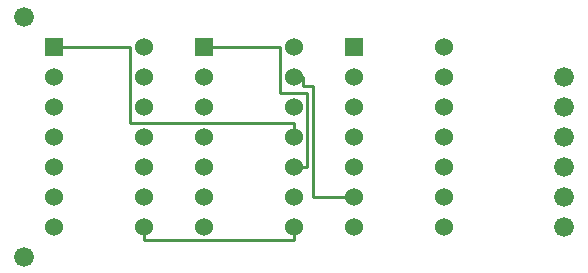
<source format=gbr>
G04 start of page 7 for group 5 idx 5 *
G04 Title: (unknown), bottom *
G04 Creator: pcb 20140316 *
G04 CreationDate: Sat 19 Jun 2021 08:46:57 PM GMT UTC *
G04 For: steve *
G04 Format: Gerber/RS-274X *
G04 PCB-Dimensions (mil): 2000.00 1000.00 *
G04 PCB-Coordinate-Origin: lower left *
%MOIN*%
%FSLAX25Y25*%
%LNBOTTOM*%
%ADD43C,0.0280*%
%ADD42C,0.0300*%
%ADD41C,0.0660*%
%ADD40C,0.0600*%
%ADD39C,0.0001*%
%ADD38C,0.0100*%
G54D38*X100000Y54500D02*X45500D01*
X100000D02*Y50000D01*
X50000Y20000D02*Y15500D01*
X100000D02*X50000D01*
X100000Y20000D02*Y15500D01*
X45500Y80000D02*X20000D01*
X45500D02*Y54500D01*
X95500Y80000D02*X70000D01*
X95500D02*Y64500D01*
X104500D02*X95500D01*
X103000Y70000D02*Y67000D01*
Y70000D02*X100000D01*
X104500Y64500D02*Y40000D01*
X100000D01*
X120000Y30000D02*X106500D01*
Y67000D02*Y30000D01*
Y67000D02*X103000D01*
G54D39*G36*
X17000Y83000D02*Y77000D01*
X23000D01*
Y83000D01*
X17000D01*
G37*
G54D40*X20000Y70000D03*
Y60000D03*
X50000Y40000D03*
Y50000D03*
Y60000D03*
Y70000D03*
Y80000D03*
G54D39*G36*
X67000Y83000D02*Y77000D01*
X73000D01*
Y83000D01*
X67000D01*
G37*
G54D40*X70000Y70000D03*
Y60000D03*
Y50000D03*
Y40000D03*
Y30000D03*
Y20000D03*
X20000Y50000D03*
Y40000D03*
Y30000D03*
Y20000D03*
X50000D03*
Y30000D03*
X100000Y20000D03*
X150000D03*
X100000Y30000D03*
X150000D03*
Y40000D03*
X100000D03*
Y50000D03*
Y60000D03*
Y70000D03*
Y80000D03*
G54D39*G36*
X117000Y83000D02*Y77000D01*
X123000D01*
Y83000D01*
X117000D01*
G37*
G54D40*X120000Y70000D03*
Y60000D03*
Y50000D03*
X150000D03*
Y60000D03*
Y70000D03*
Y80000D03*
X120000Y40000D03*
Y30000D03*
Y20000D03*
G54D41*X10000Y90000D03*
X190000Y40000D03*
Y30000D03*
Y50000D03*
Y60000D03*
Y70000D03*
Y20000D03*
X10000Y10000D03*
G54D42*G54D43*M02*

</source>
